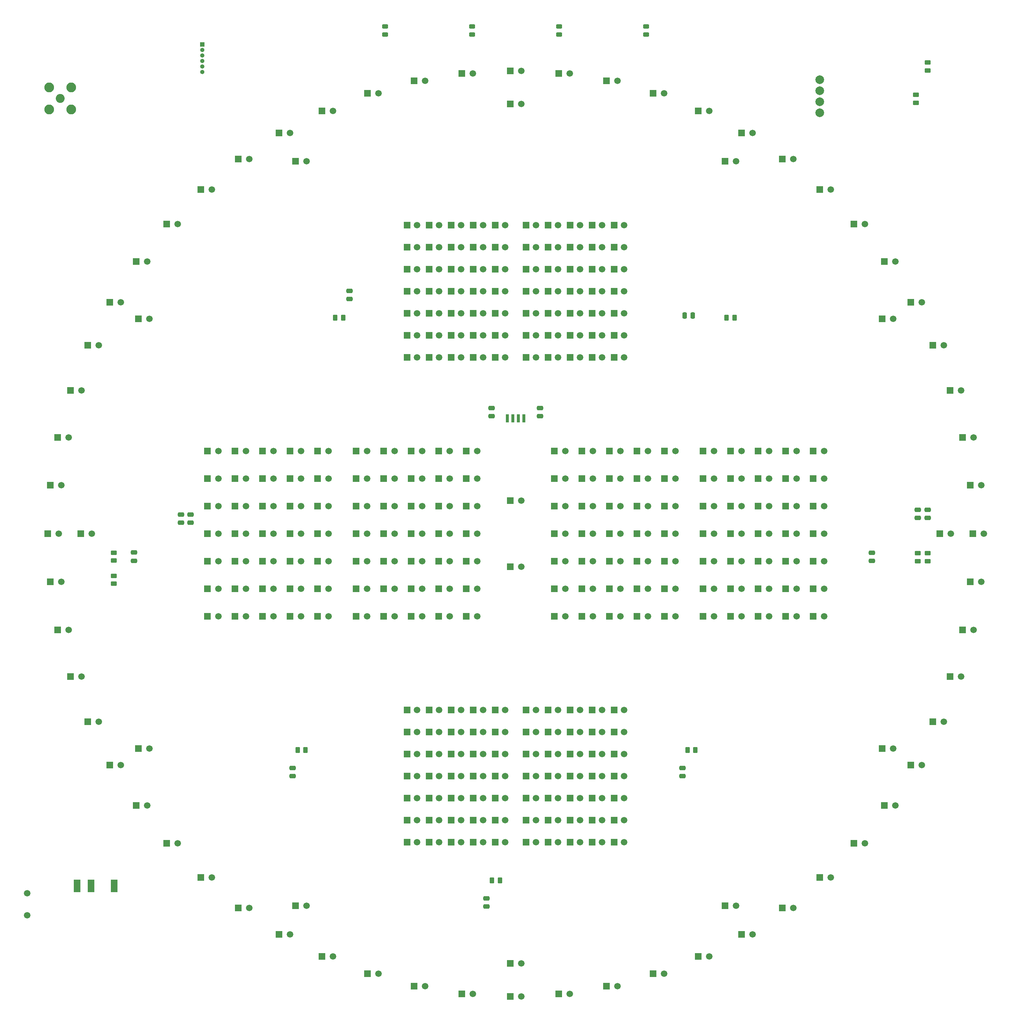
<source format=gbr>
%TF.GenerationSoftware,KiCad,Pcbnew,8.0.2-1*%
%TF.CreationDate,2024-06-04T17:42:53+02:00*%
%TF.ProjectId,broadcast_clock,62726f61-6463-4617-9374-5f636c6f636b,rev?*%
%TF.SameCoordinates,Original*%
%TF.FileFunction,Soldermask,Top*%
%TF.FilePolarity,Negative*%
%FSLAX46Y46*%
G04 Gerber Fmt 4.6, Leading zero omitted, Abs format (unit mm)*
G04 Created by KiCad (PCBNEW 8.0.2-1) date 2024-06-04 17:42:53*
%MOMM*%
%LPD*%
G01*
G04 APERTURE LIST*
G04 Aperture macros list*
%AMRoundRect*
0 Rectangle with rounded corners*
0 $1 Rounding radius*
0 $2 $3 $4 $5 $6 $7 $8 $9 X,Y pos of 4 corners*
0 Add a 4 corners polygon primitive as box body*
4,1,4,$2,$3,$4,$5,$6,$7,$8,$9,$2,$3,0*
0 Add four circle primitives for the rounded corners*
1,1,$1+$1,$2,$3*
1,1,$1+$1,$4,$5*
1,1,$1+$1,$6,$7*
1,1,$1+$1,$8,$9*
0 Add four rect primitives between the rounded corners*
20,1,$1+$1,$2,$3,$4,$5,0*
20,1,$1+$1,$4,$5,$6,$7,0*
20,1,$1+$1,$6,$7,$8,$9,0*
20,1,$1+$1,$8,$9,$2,$3,0*%
G04 Aperture macros list end*
%ADD10R,1.500000X1.500000*%
%ADD11C,1.500000*%
%ADD12RoundRect,0.250000X0.450000X-0.262500X0.450000X0.262500X-0.450000X0.262500X-0.450000X-0.262500X0*%
%ADD13RoundRect,0.250000X-0.475000X0.250000X-0.475000X-0.250000X0.475000X-0.250000X0.475000X0.250000X0*%
%ADD14RoundRect,0.250000X-0.450000X0.262500X-0.450000X-0.262500X0.450000X-0.262500X0.450000X0.262500X0*%
%ADD15RoundRect,0.250000X0.262500X0.450000X-0.262500X0.450000X-0.262500X-0.450000X0.262500X-0.450000X0*%
%ADD16RoundRect,0.243750X0.456250X-0.243750X0.456250X0.243750X-0.456250X0.243750X-0.456250X-0.243750X0*%
%ADD17RoundRect,0.250000X0.250000X0.475000X-0.250000X0.475000X-0.250000X-0.475000X0.250000X-0.475000X0*%
%ADD18RoundRect,0.250000X0.475000X-0.250000X0.475000X0.250000X-0.475000X0.250000X-0.475000X-0.250000X0*%
%ADD19RoundRect,0.250000X-0.262500X-0.450000X0.262500X-0.450000X0.262500X0.450000X-0.262500X0.450000X0*%
%ADD20R,0.700000X1.900000*%
%ADD21C,2.050000*%
%ADD22C,2.250000*%
%ADD23R,1.600000X2.900000*%
%ADD24R,1.000000X1.000000*%
%ADD25O,1.000000X1.000000*%
%ADD26C,2.000000*%
G04 APERTURE END LIST*
D10*
%TO.C,D225*%
X125476000Y-211455000D03*
D11*
X127762000Y-211455000D03*
%TD*%
D10*
%TO.C,D254*%
X147828000Y-216535000D03*
D11*
X150114000Y-216535000D03*
%TD*%
D10*
%TO.C,D103*%
X99695000Y-139065000D03*
D11*
X102235000Y-139065000D03*
%TD*%
D10*
%TO.C,D54*%
X81440069Y-59109067D03*
D11*
X83980069Y-59109067D03*
%TD*%
D10*
%TO.C,D169*%
X173355000Y-158115000D03*
D11*
X175895000Y-158115000D03*
%TD*%
D10*
%TO.C,D45*%
X37465000Y-145415000D03*
D11*
X40005000Y-145415000D03*
%TD*%
D10*
%TO.C,D65*%
X193675000Y-231203476D03*
D11*
X196215000Y-231203476D03*
%TD*%
D10*
%TO.C,D30*%
X144145000Y-252095000D03*
D11*
X146685000Y-252095000D03*
%TD*%
D10*
%TO.C,D128*%
X121285000Y-164465000D03*
D11*
X123825000Y-164465000D03*
%TD*%
D10*
%TO.C,D109*%
X108585000Y-132715000D03*
D11*
X111125000Y-132715000D03*
%TD*%
D10*
%TO.C,D353*%
X144145000Y-137795000D03*
D11*
X146685000Y-137795000D03*
%TD*%
D10*
%TO.C,D85*%
X80645000Y-158115000D03*
D11*
X83185000Y-158115000D03*
%TD*%
D10*
%TO.C,D238*%
X135636000Y-206375000D03*
D11*
X137922000Y-206375000D03*
%TD*%
D10*
%TO.C,D26*%
X187535665Y-242872029D03*
D11*
X190075665Y-242872029D03*
%TD*%
D10*
%TO.C,D112*%
X108585000Y-151765000D03*
D11*
X111125000Y-151765000D03*
%TD*%
D10*
%TO.C,D340*%
X163068000Y-79375000D03*
D11*
X165354000Y-79375000D03*
%TD*%
D10*
%TO.C,D293*%
X125476000Y-89535000D03*
D11*
X127762000Y-89535000D03*
%TD*%
D10*
%TO.C,D110*%
X108585000Y-139065000D03*
D11*
X111125000Y-139065000D03*
%TD*%
D10*
%TO.C,D99*%
X93345000Y-158115000D03*
D11*
X95885000Y-158115000D03*
%TD*%
D10*
%TO.C,D199*%
X207645000Y-126365000D03*
D11*
X210185000Y-126365000D03*
%TD*%
D10*
%TO.C,D177*%
X179705000Y-164465000D03*
D11*
X182245000Y-164465000D03*
%TD*%
D10*
%TO.C,D111*%
X108585000Y-145415000D03*
D11*
X111125000Y-145415000D03*
%TD*%
D10*
%TO.C,D1*%
X155296096Y-39319404D03*
D11*
X157836096Y-39319404D03*
%TD*%
D12*
%TO.C,R3*%
X240411000Y-151788500D03*
X240411000Y-149963500D03*
%TD*%
D10*
%TO.C,D138*%
X133985000Y-139065000D03*
D11*
X136525000Y-139065000D03*
%TD*%
D10*
%TO.C,D139*%
X133985000Y-145415000D03*
D11*
X136525000Y-145415000D03*
%TD*%
D10*
%TO.C,D82*%
X80645000Y-139065000D03*
D11*
X83185000Y-139065000D03*
%TD*%
D10*
%TO.C,D327*%
X152908000Y-84455000D03*
D11*
X155194000Y-84455000D03*
%TD*%
D10*
%TO.C,D41*%
X46687971Y-188805665D03*
D11*
X49227971Y-188805665D03*
%TD*%
D10*
%TO.C,D309*%
X135636000Y-99695000D03*
D11*
X137922000Y-99695000D03*
%TD*%
D10*
%TO.C,D141*%
X133985000Y-158115000D03*
D11*
X136525000Y-158115000D03*
%TD*%
D10*
%TO.C,D303*%
X130556000Y-104775000D03*
D11*
X132842000Y-104775000D03*
%TD*%
D10*
%TO.C,D283*%
X120396000Y-74295000D03*
D11*
X122682000Y-74295000D03*
%TD*%
D10*
%TO.C,D219*%
X120396000Y-216535000D03*
D11*
X122682000Y-216535000D03*
%TD*%
D10*
%TO.C,D58*%
X121964981Y-41066214D03*
D11*
X124504981Y-41066214D03*
%TD*%
D10*
%TO.C,D39*%
X57839067Y-208119931D03*
D11*
X60379067Y-208119931D03*
%TD*%
D10*
%TO.C,D143*%
X154305000Y-126365000D03*
D11*
X156845000Y-126365000D03*
%TD*%
D10*
%TO.C,D28*%
X166325019Y-249763786D03*
D11*
X168865019Y-249763786D03*
%TD*%
D10*
%TO.C,D291*%
X125476000Y-79375000D03*
D11*
X127762000Y-79375000D03*
%TD*%
D10*
%TO.C,D265*%
X157988000Y-201295000D03*
D11*
X160274000Y-201295000D03*
%TD*%
D10*
%TO.C,D120*%
X114935000Y-158115000D03*
D11*
X117475000Y-158115000D03*
%TD*%
D10*
%TO.C,D36*%
X81440069Y-231720933D03*
D11*
X83980069Y-231720933D03*
%TD*%
D10*
%TO.C,D324*%
X147828000Y-104775000D03*
D11*
X150114000Y-104775000D03*
%TD*%
D10*
%TO.C,D94*%
X93345000Y-126365000D03*
D11*
X95885000Y-126365000D03*
%TD*%
D10*
%TO.C,D80*%
X80645000Y-126365000D03*
D11*
X83185000Y-126365000D03*
%TD*%
D10*
%TO.C,D117*%
X114935000Y-139065000D03*
D11*
X117475000Y-139065000D03*
%TD*%
D10*
%TO.C,D276*%
X168148000Y-186055000D03*
D11*
X170434000Y-186055000D03*
%TD*%
D13*
%TO.C,C2*%
X68199000Y-141036000D03*
X68199000Y-142936000D03*
%TD*%
D10*
%TO.C,D126*%
X121285000Y-151765000D03*
D11*
X123825000Y-151765000D03*
%TD*%
D10*
%TO.C,D278*%
X168148000Y-196215000D03*
D11*
X170434000Y-196215000D03*
%TD*%
D10*
%TO.C,D284*%
X120396000Y-79375000D03*
D11*
X122682000Y-79375000D03*
%TD*%
D10*
%TO.C,D46*%
X38049404Y-134263904D03*
D11*
X40589404Y-134263904D03*
%TD*%
D10*
%TO.C,D83*%
X80645000Y-145415000D03*
D11*
X83185000Y-145415000D03*
%TD*%
D10*
%TO.C,D172*%
X179705000Y-132715000D03*
D11*
X182245000Y-132715000D03*
%TD*%
D10*
%TO.C,D286*%
X120396000Y-89535000D03*
D11*
X122682000Y-89535000D03*
%TD*%
D10*
%TO.C,D318*%
X147828000Y-74295000D03*
D11*
X150114000Y-74295000D03*
%TD*%
D10*
%TO.C,D4*%
X187535665Y-47957971D03*
D11*
X190075665Y-47957971D03*
%TD*%
D10*
%TO.C,D333*%
X157988000Y-79375000D03*
D11*
X160274000Y-79375000D03*
%TD*%
D10*
%TO.C,D313*%
X140716000Y-84455000D03*
D11*
X143002000Y-84455000D03*
%TD*%
D10*
%TO.C,D40*%
X51757410Y-198755000D03*
D11*
X54297410Y-198755000D03*
%TD*%
D10*
%TO.C,D215*%
X120396000Y-196215000D03*
D11*
X122682000Y-196215000D03*
%TD*%
D14*
%TO.C,R5*%
X238125000Y-149963500D03*
X238125000Y-151788500D03*
%TD*%
D10*
%TO.C,D348*%
X168148000Y-84455000D03*
D11*
X170434000Y-84455000D03*
%TD*%
D12*
%TO.C,R213*%
X237744000Y-46124500D03*
X237744000Y-44299500D03*
%TD*%
D10*
%TO.C,D192*%
X201295000Y-126365000D03*
D11*
X203835000Y-126365000D03*
%TD*%
D10*
%TO.C,D79*%
X74295000Y-164465000D03*
D11*
X76835000Y-164465000D03*
%TD*%
D10*
%TO.C,D29*%
X155296096Y-251510596D03*
D11*
X157836096Y-251510596D03*
%TD*%
D10*
%TO.C,D114*%
X108585000Y-164465000D03*
D11*
X111125000Y-164465000D03*
%TD*%
D10*
%TO.C,D345*%
X163068000Y-104775000D03*
D11*
X165354000Y-104775000D03*
%TD*%
D10*
%TO.C,D205*%
X207645000Y-164465000D03*
D11*
X210185000Y-164465000D03*
%TD*%
D10*
%TO.C,D20*%
X236532590Y-198755000D03*
D11*
X239072590Y-198755000D03*
%TD*%
D10*
%TO.C,D136*%
X133985000Y-126365000D03*
D11*
X136525000Y-126365000D03*
%TD*%
D10*
%TO.C,D239*%
X135636000Y-211455000D03*
D11*
X137922000Y-211455000D03*
%TD*%
D10*
%TO.C,D305*%
X135636000Y-79375000D03*
D11*
X137922000Y-79375000D03*
%TD*%
D10*
%TO.C,D91*%
X86995000Y-151765000D03*
D11*
X89535000Y-151765000D03*
%TD*%
D10*
%TO.C,D163*%
X167005000Y-164465000D03*
D11*
X169545000Y-164465000D03*
%TD*%
D15*
%TO.C,R7*%
X186840500Y-195326000D03*
X185015500Y-195326000D03*
%TD*%
D10*
%TO.C,D227*%
X130556000Y-186055000D03*
D11*
X132842000Y-186055000D03*
%TD*%
D10*
%TO.C,D263*%
X157988000Y-191135000D03*
D11*
X160274000Y-191135000D03*
%TD*%
D10*
%TO.C,D338*%
X157988000Y-104775000D03*
D11*
X160274000Y-104775000D03*
%TD*%
D10*
%TO.C,D9*%
X230450933Y-82710069D03*
D11*
X232990933Y-82710069D03*
%TD*%
D10*
%TO.C,D69*%
X45085000Y-145415000D03*
D11*
X47625000Y-145415000D03*
%TD*%
D10*
%TO.C,D214*%
X120396000Y-191135000D03*
D11*
X122682000Y-191135000D03*
%TD*%
D10*
%TO.C,D10*%
X236532590Y-92075000D03*
D11*
X239072590Y-92075000D03*
%TD*%
D10*
%TO.C,D191*%
X194945000Y-164465000D03*
D11*
X197485000Y-164465000D03*
%TD*%
D10*
%TO.C,D22*%
X223423690Y-216797853D03*
D11*
X225963690Y-216797853D03*
%TD*%
D10*
%TO.C,D343*%
X163068000Y-94615000D03*
D11*
X165354000Y-94615000D03*
%TD*%
D10*
%TO.C,D66*%
X144145000Y-244475000D03*
D11*
X146685000Y-244475000D03*
%TD*%
D10*
%TO.C,D231*%
X130556000Y-206375000D03*
D11*
X132842000Y-206375000D03*
%TD*%
D10*
%TO.C,D116*%
X114935000Y-132715000D03*
D11*
X117475000Y-132715000D03*
%TD*%
D10*
%TO.C,D268*%
X157988000Y-216535000D03*
D11*
X160274000Y-216535000D03*
%TD*%
D10*
%TO.C,D255*%
X152908000Y-186055000D03*
D11*
X155194000Y-186055000D03*
%TD*%
D10*
%TO.C,D256*%
X152908000Y-191135000D03*
D11*
X155194000Y-191135000D03*
%TD*%
D10*
%TO.C,D27*%
X177110933Y-246873709D03*
D11*
X179650933Y-246873709D03*
%TD*%
D10*
%TO.C,D182*%
X188595000Y-151765000D03*
D11*
X191135000Y-151765000D03*
%TD*%
D14*
%TO.C,R11*%
X240411000Y-36806500D03*
X240411000Y-38631500D03*
%TD*%
D10*
%TO.C,D38*%
X64866310Y-216797853D03*
D11*
X67406310Y-216797853D03*
%TD*%
D10*
%TO.C,D171*%
X179705000Y-126365000D03*
D11*
X182245000Y-126365000D03*
%TD*%
D10*
%TO.C,D151*%
X160655000Y-132715000D03*
D11*
X163195000Y-132715000D03*
%TD*%
D10*
%TO.C,D52*%
X64866310Y-74032147D03*
D11*
X67406310Y-74032147D03*
%TD*%
D10*
%TO.C,D145*%
X154305000Y-139065000D03*
D11*
X156845000Y-139065000D03*
%TD*%
D10*
%TO.C,D47*%
X39796214Y-123234981D03*
D11*
X42336214Y-123234981D03*
%TD*%
D13*
%TO.C,C8*%
X183845200Y-199456000D03*
X183845200Y-201356000D03*
%TD*%
D10*
%TO.C,D281*%
X168148000Y-211455000D03*
D11*
X170434000Y-211455000D03*
%TD*%
D10*
%TO.C,D208*%
X213995000Y-139065000D03*
D11*
X216535000Y-139065000D03*
%TD*%
D10*
%TO.C,D274*%
X163068000Y-211455000D03*
D11*
X165354000Y-211455000D03*
%TD*%
D10*
%TO.C,D326*%
X152908000Y-79375000D03*
D11*
X155194000Y-79375000D03*
%TD*%
D10*
%TO.C,D213*%
X120396000Y-186055000D03*
D11*
X122682000Y-186055000D03*
%TD*%
D10*
%TO.C,D351*%
X168148000Y-99695000D03*
D11*
X170434000Y-99695000D03*
%TD*%
D10*
%TO.C,D308*%
X135636000Y-94615000D03*
D11*
X137922000Y-94615000D03*
%TD*%
D10*
%TO.C,D198*%
X201295000Y-164465000D03*
D11*
X203835000Y-164465000D03*
%TD*%
D10*
%TO.C,D258*%
X152908000Y-201295000D03*
D11*
X155194000Y-201295000D03*
%TD*%
D10*
%TO.C,D174*%
X179705000Y-145415000D03*
D11*
X182245000Y-145415000D03*
%TD*%
D15*
%TO.C,R10*%
X141780900Y-225348800D03*
X139955900Y-225348800D03*
%TD*%
D10*
%TO.C,D137*%
X133985000Y-132715000D03*
D11*
X136525000Y-132715000D03*
%TD*%
D10*
%TO.C,D311*%
X140716000Y-74295000D03*
D11*
X143002000Y-74295000D03*
%TD*%
D10*
%TO.C,D130*%
X127635000Y-132715000D03*
D11*
X130175000Y-132715000D03*
%TD*%
D10*
%TO.C,D297*%
X130556000Y-74295000D03*
D11*
X132842000Y-74295000D03*
%TD*%
D10*
%TO.C,D176*%
X179705000Y-158115000D03*
D11*
X182245000Y-158115000D03*
%TD*%
D10*
%TO.C,D92*%
X86995000Y-158115000D03*
D11*
X89535000Y-158115000D03*
%TD*%
D10*
%TO.C,D75*%
X74295000Y-139065000D03*
D11*
X76835000Y-139065000D03*
%TD*%
D16*
%TO.C,D358*%
X135381125Y-30351376D03*
X135381125Y-28476376D03*
%TD*%
D10*
%TO.C,D317*%
X140716000Y-104775000D03*
D11*
X143002000Y-104775000D03*
%TD*%
D17*
%TO.C,C7*%
X186243000Y-95123000D03*
X184343000Y-95123000D03*
%TD*%
D10*
%TO.C,D140*%
X133985000Y-151765000D03*
D11*
X136525000Y-151765000D03*
%TD*%
D10*
%TO.C,D21*%
X230450933Y-208119931D03*
D11*
X232990933Y-208119931D03*
%TD*%
D10*
%TO.C,D118*%
X114935000Y-145415000D03*
D11*
X117475000Y-145415000D03*
%TD*%
D10*
%TO.C,D127*%
X121285000Y-158115000D03*
D11*
X123825000Y-158115000D03*
%TD*%
D10*
%TO.C,D289*%
X120396000Y-104775000D03*
D11*
X122682000Y-104775000D03*
%TD*%
D10*
%TO.C,D155*%
X160655000Y-158115000D03*
D11*
X163195000Y-158115000D03*
%TD*%
D10*
%TO.C,D298*%
X130556000Y-79375000D03*
D11*
X132842000Y-79375000D03*
%TD*%
D10*
%TO.C,D229*%
X130556000Y-196215000D03*
D11*
X132842000Y-196215000D03*
%TD*%
D10*
%TO.C,D195*%
X201295000Y-145415000D03*
D11*
X203835000Y-145415000D03*
%TD*%
D10*
%TO.C,D153*%
X160655000Y-145415000D03*
D11*
X163195000Y-145415000D03*
%TD*%
D10*
%TO.C,D287*%
X120396000Y-94615000D03*
D11*
X122682000Y-94615000D03*
%TD*%
D10*
%TO.C,D218*%
X120396000Y-211455000D03*
D11*
X122682000Y-211455000D03*
%TD*%
D10*
%TO.C,D55*%
X90805000Y-53027410D03*
D11*
X93345000Y-53027410D03*
%TD*%
D10*
%TO.C,D32*%
X121964981Y-249763786D03*
D11*
X124504981Y-249763786D03*
%TD*%
D10*
%TO.C,D349*%
X168148000Y-89535000D03*
D11*
X170434000Y-89535000D03*
%TD*%
D10*
%TO.C,D285*%
X120396000Y-84455000D03*
D11*
X122682000Y-84455000D03*
%TD*%
D10*
%TO.C,D315*%
X140716000Y-94615000D03*
D11*
X143002000Y-94615000D03*
%TD*%
D10*
%TO.C,D101*%
X99695000Y-126365000D03*
D11*
X102235000Y-126365000D03*
%TD*%
D10*
%TO.C,D299*%
X130556000Y-84455000D03*
D11*
X132842000Y-84455000D03*
%TD*%
D10*
%TO.C,D354*%
X144145000Y-153035000D03*
D11*
X146685000Y-153035000D03*
%TD*%
D10*
%TO.C,D51*%
X57839067Y-82710069D03*
D11*
X60379067Y-82710069D03*
%TD*%
D10*
%TO.C,D193*%
X201295000Y-132715000D03*
D11*
X203835000Y-132715000D03*
%TD*%
D10*
%TO.C,D250*%
X147828000Y-196215000D03*
D11*
X150114000Y-196215000D03*
%TD*%
D10*
%TO.C,D95*%
X93345000Y-132715000D03*
D11*
X95885000Y-132715000D03*
%TD*%
D10*
%TO.C,D48*%
X42686291Y-112449067D03*
D11*
X45226291Y-112449067D03*
%TD*%
D10*
%TO.C,D76*%
X74295000Y-145415000D03*
D11*
X76835000Y-145415000D03*
%TD*%
D10*
%TO.C,D339*%
X163068000Y-74295000D03*
D11*
X165354000Y-74295000D03*
%TD*%
D10*
%TO.C,D165*%
X173355000Y-132715000D03*
D11*
X175895000Y-132715000D03*
%TD*%
D10*
%TO.C,D331*%
X152908000Y-104775000D03*
D11*
X155194000Y-104775000D03*
%TD*%
D10*
%TO.C,D23*%
X215527853Y-224693690D03*
D11*
X218067853Y-224693690D03*
%TD*%
D10*
%TO.C,D236*%
X135636000Y-196215000D03*
D11*
X137922000Y-196215000D03*
%TD*%
D10*
%TO.C,D68*%
X58356524Y-194945000D03*
D11*
X60896524Y-194945000D03*
%TD*%
D10*
%TO.C,D245*%
X140716000Y-206375000D03*
D11*
X143002000Y-206375000D03*
%TD*%
D10*
%TO.C,D129*%
X127635000Y-126365000D03*
D11*
X130175000Y-126365000D03*
%TD*%
D10*
%TO.C,D282*%
X168148000Y-216535000D03*
D11*
X170434000Y-216535000D03*
%TD*%
D10*
%TO.C,D212*%
X213995000Y-164465000D03*
D11*
X216535000Y-164465000D03*
%TD*%
D10*
%TO.C,D98*%
X93345000Y-151765000D03*
D11*
X95885000Y-151765000D03*
%TD*%
D10*
%TO.C,D11*%
X241602029Y-102024335D03*
D11*
X244142029Y-102024335D03*
%TD*%
D10*
%TO.C,D72*%
X144145000Y-46355000D03*
D11*
X146685000Y-46355000D03*
%TD*%
D10*
%TO.C,D5*%
X197485000Y-53027410D03*
D11*
X200025000Y-53027410D03*
%TD*%
D10*
%TO.C,D164*%
X173355000Y-126365000D03*
D11*
X175895000Y-126365000D03*
%TD*%
D10*
%TO.C,D161*%
X167005000Y-151765000D03*
D11*
X169545000Y-151765000D03*
%TD*%
D10*
%TO.C,D190*%
X194945000Y-158115000D03*
D11*
X197485000Y-158115000D03*
%TD*%
D10*
%TO.C,D240*%
X135636000Y-216535000D03*
D11*
X137922000Y-216535000D03*
%TD*%
D10*
%TO.C,D248*%
X147828000Y-186055000D03*
D11*
X150114000Y-186055000D03*
%TD*%
D10*
%TO.C,D102*%
X99695000Y-132715000D03*
D11*
X102235000Y-132715000D03*
%TD*%
D10*
%TO.C,D31*%
X132993904Y-251510596D03*
D11*
X135533904Y-251510596D03*
%TD*%
D10*
%TO.C,D226*%
X125476000Y-216535000D03*
D11*
X127762000Y-216535000D03*
%TD*%
D14*
%TO.C,R1*%
X52730400Y-149811100D03*
X52730400Y-151636100D03*
%TD*%
D10*
%TO.C,D168*%
X173355000Y-151765000D03*
D11*
X175895000Y-151765000D03*
%TD*%
D10*
%TO.C,D271*%
X163068000Y-196215000D03*
D11*
X165354000Y-196215000D03*
%TD*%
D10*
%TO.C,D67*%
X94615000Y-231203476D03*
D11*
X97155000Y-231203476D03*
%TD*%
D13*
%TO.C,C23*%
X139815000Y-116465000D03*
X139815000Y-118365000D03*
%TD*%
D10*
%TO.C,D202*%
X207645000Y-145415000D03*
D11*
X210185000Y-145415000D03*
%TD*%
D10*
%TO.C,D189*%
X194945000Y-151765000D03*
D11*
X197485000Y-151765000D03*
%TD*%
D10*
%TO.C,D160*%
X167005000Y-145415000D03*
D11*
X169545000Y-145415000D03*
%TD*%
D10*
%TO.C,D337*%
X157988000Y-99695000D03*
D11*
X160274000Y-99695000D03*
%TD*%
D10*
%TO.C,D133*%
X127635000Y-151765000D03*
D11*
X130175000Y-151765000D03*
%TD*%
D18*
%TO.C,C1*%
X57404000Y-151673600D03*
X57404000Y-149773600D03*
%TD*%
D10*
%TO.C,D322*%
X147828000Y-94615000D03*
D11*
X150114000Y-94615000D03*
%TD*%
D10*
%TO.C,D131*%
X127635000Y-139065000D03*
D11*
X130175000Y-139065000D03*
%TD*%
D10*
%TO.C,D104*%
X99695000Y-145415000D03*
D11*
X102235000Y-145415000D03*
%TD*%
D10*
%TO.C,D335*%
X157988000Y-89535000D03*
D11*
X160274000Y-89535000D03*
%TD*%
D10*
%TO.C,D86*%
X80645000Y-164465000D03*
D11*
X83185000Y-164465000D03*
%TD*%
D10*
%TO.C,D230*%
X130556000Y-201295000D03*
D11*
X132842000Y-201295000D03*
%TD*%
D10*
%TO.C,D159*%
X167005000Y-139065000D03*
D11*
X169545000Y-139065000D03*
%TD*%
D10*
%TO.C,D290*%
X125476000Y-74295000D03*
D11*
X127762000Y-74295000D03*
%TD*%
D15*
%TO.C,R8*%
X96924500Y-195326000D03*
X95099500Y-195326000D03*
%TD*%
D10*
%TO.C,D106*%
X99695000Y-158115000D03*
D11*
X102235000Y-158115000D03*
%TD*%
D10*
%TO.C,D196*%
X201295000Y-151765000D03*
D11*
X203835000Y-151765000D03*
%TD*%
D10*
%TO.C,D157*%
X167005000Y-126365000D03*
D11*
X169545000Y-126365000D03*
%TD*%
D18*
%TO.C,C10*%
X107086400Y-91374000D03*
X107086400Y-89474000D03*
%TD*%
D10*
%TO.C,D49*%
X46687971Y-102024335D03*
D11*
X49227971Y-102024335D03*
%TD*%
D12*
%TO.C,R4*%
X52730400Y-156970100D03*
X52730400Y-155145100D03*
%TD*%
D10*
%TO.C,D44*%
X38049404Y-156566096D03*
D11*
X40589404Y-156566096D03*
%TD*%
D10*
%TO.C,D6*%
X206849931Y-59109067D03*
D11*
X209389931Y-59109067D03*
%TD*%
D18*
%TO.C,C6*%
X240385600Y-141818400D03*
X240385600Y-139918400D03*
%TD*%
D10*
%TO.C,D7*%
X215527853Y-66136310D03*
D11*
X218067853Y-66136310D03*
%TD*%
D10*
%TO.C,D181*%
X188595000Y-145415000D03*
D11*
X191135000Y-145415000D03*
%TD*%
D10*
%TO.C,D217*%
X120396000Y-206375000D03*
D11*
X122682000Y-206375000D03*
%TD*%
D10*
%TO.C,D232*%
X130556000Y-211455000D03*
D11*
X132842000Y-211455000D03*
%TD*%
D10*
%TO.C,D43*%
X39796214Y-167595019D03*
D11*
X42336214Y-167595019D03*
%TD*%
D10*
%TO.C,D206*%
X213995000Y-126365000D03*
D11*
X216535000Y-126365000D03*
%TD*%
D10*
%TO.C,D275*%
X163068000Y-216535000D03*
D11*
X165354000Y-216535000D03*
%TD*%
D13*
%TO.C,C11*%
X138684000Y-229478800D03*
X138684000Y-231378800D03*
%TD*%
D10*
%TO.C,D14*%
X250240596Y-134263904D03*
D11*
X252780596Y-134263904D03*
%TD*%
D10*
%TO.C,D249*%
X147828000Y-191135000D03*
D11*
X150114000Y-191135000D03*
%TD*%
D10*
%TO.C,D148*%
X154305000Y-158115000D03*
D11*
X156845000Y-158115000D03*
%TD*%
D10*
%TO.C,D2*%
X166325019Y-41066214D03*
D11*
X168865019Y-41066214D03*
%TD*%
D10*
%TO.C,D180*%
X188595000Y-139065000D03*
D11*
X191135000Y-139065000D03*
%TD*%
D10*
%TO.C,D210*%
X213995000Y-151765000D03*
D11*
X216535000Y-151765000D03*
%TD*%
D10*
%TO.C,D222*%
X125476000Y-196215000D03*
D11*
X127762000Y-196215000D03*
%TD*%
D10*
%TO.C,D175*%
X179705000Y-151765000D03*
D11*
X182245000Y-151765000D03*
%TD*%
D10*
%TO.C,D17*%
X248493786Y-167595019D03*
D11*
X251033786Y-167595019D03*
%TD*%
D10*
%TO.C,D264*%
X157988000Y-196215000D03*
D11*
X160274000Y-196215000D03*
%TD*%
D10*
%TO.C,D269*%
X163068000Y-186055000D03*
D11*
X165354000Y-186055000D03*
%TD*%
D10*
%TO.C,D201*%
X207645000Y-139065000D03*
D11*
X210185000Y-139065000D03*
%TD*%
D10*
%TO.C,D300*%
X130556000Y-89535000D03*
D11*
X132842000Y-89535000D03*
%TD*%
D10*
%TO.C,D252*%
X147828000Y-206375000D03*
D11*
X150114000Y-206375000D03*
%TD*%
D10*
%TO.C,D154*%
X160655000Y-151765000D03*
D11*
X163195000Y-151765000D03*
%TD*%
D10*
%TO.C,D207*%
X213995000Y-132715000D03*
D11*
X216535000Y-132715000D03*
%TD*%
D10*
%TO.C,D253*%
X147828000Y-211455000D03*
D11*
X150114000Y-211455000D03*
%TD*%
D10*
%TO.C,D33*%
X111179067Y-246873709D03*
D11*
X113719067Y-246873709D03*
%TD*%
D10*
%TO.C,D224*%
X125476000Y-206375000D03*
D11*
X127762000Y-206375000D03*
%TD*%
D10*
%TO.C,D15*%
X250825000Y-145415000D03*
D11*
X253365000Y-145415000D03*
%TD*%
D10*
%TO.C,D150*%
X160655000Y-126365000D03*
D11*
X163195000Y-126365000D03*
%TD*%
D10*
%TO.C,D123*%
X121285000Y-132715000D03*
D11*
X123825000Y-132715000D03*
%TD*%
D10*
%TO.C,D70*%
X58356524Y-95885000D03*
D11*
X60896524Y-95885000D03*
%TD*%
D10*
%TO.C,D170*%
X173355000Y-164465000D03*
D11*
X175895000Y-164465000D03*
%TD*%
D10*
%TO.C,D34*%
X100754335Y-242872029D03*
D11*
X103294335Y-242872029D03*
%TD*%
D10*
%TO.C,D234*%
X135636000Y-186055000D03*
D11*
X137922000Y-186055000D03*
%TD*%
D10*
%TO.C,D247*%
X140716000Y-216535000D03*
D11*
X143002000Y-216535000D03*
%TD*%
D10*
%TO.C,D325*%
X152908000Y-74295000D03*
D11*
X155194000Y-74295000D03*
%TD*%
D10*
%TO.C,D288*%
X120396000Y-99695000D03*
D11*
X122682000Y-99695000D03*
%TD*%
D10*
%TO.C,D162*%
X167005000Y-158115000D03*
D11*
X169545000Y-158115000D03*
%TD*%
D10*
%TO.C,D124*%
X121285000Y-139065000D03*
D11*
X123825000Y-139065000D03*
%TD*%
D10*
%TO.C,D135*%
X127635000Y-164465000D03*
D11*
X130175000Y-164465000D03*
%TD*%
D10*
%TO.C,D228*%
X130556000Y-191135000D03*
D11*
X132842000Y-191135000D03*
%TD*%
D10*
%TO.C,D96*%
X93345000Y-139065000D03*
D11*
X95885000Y-139065000D03*
%TD*%
D10*
%TO.C,D187*%
X194945000Y-139065000D03*
D11*
X197485000Y-139065000D03*
%TD*%
D10*
%TO.C,D350*%
X168148000Y-94615000D03*
D11*
X170434000Y-94615000D03*
%TD*%
D16*
%TO.C,D357*%
X115315125Y-30351376D03*
X115315125Y-28476376D03*
%TD*%
D10*
%TO.C,D334*%
X157988000Y-84455000D03*
D11*
X160274000Y-84455000D03*
%TD*%
D18*
%TO.C,C4*%
X227533200Y-151724400D03*
X227533200Y-149824400D03*
%TD*%
D10*
%TO.C,D320*%
X147828000Y-84455000D03*
D11*
X150114000Y-84455000D03*
%TD*%
D10*
%TO.C,D64*%
X229933476Y-194945000D03*
D11*
X232473476Y-194945000D03*
%TD*%
D10*
%TO.C,D259*%
X152908000Y-206375000D03*
D11*
X155194000Y-206375000D03*
%TD*%
D10*
%TO.C,D37*%
X72762147Y-224693690D03*
D11*
X75302147Y-224693690D03*
%TD*%
D10*
%TO.C,D93*%
X86995000Y-164465000D03*
D11*
X89535000Y-164465000D03*
%TD*%
D10*
%TO.C,D18*%
X245603709Y-178380933D03*
D11*
X248143709Y-178380933D03*
%TD*%
D10*
%TO.C,D292*%
X125476000Y-84455000D03*
D11*
X127762000Y-84455000D03*
%TD*%
D10*
%TO.C,D152*%
X160655000Y-139065000D03*
D11*
X163195000Y-139065000D03*
%TD*%
D10*
%TO.C,D167*%
X173355000Y-145415000D03*
D11*
X175895000Y-145415000D03*
%TD*%
D10*
%TO.C,D216*%
X120396000Y-201295000D03*
D11*
X122682000Y-201295000D03*
%TD*%
D10*
%TO.C,D267*%
X157988000Y-211455000D03*
D11*
X160274000Y-211455000D03*
%TD*%
D10*
%TO.C,D211*%
X213995000Y-158115000D03*
D11*
X216535000Y-158115000D03*
%TD*%
D10*
%TO.C,D3*%
X177110933Y-43956291D03*
D11*
X179650933Y-43956291D03*
%TD*%
D10*
%TO.C,D220*%
X125476000Y-186055000D03*
D11*
X127762000Y-186055000D03*
%TD*%
D10*
%TO.C,D78*%
X74295000Y-158115000D03*
D11*
X76835000Y-158115000D03*
%TD*%
D10*
%TO.C,D301*%
X130556000Y-94615000D03*
D11*
X132842000Y-94615000D03*
%TD*%
D10*
%TO.C,D304*%
X135636000Y-74295000D03*
D11*
X137922000Y-74295000D03*
%TD*%
D10*
%TO.C,D347*%
X168148000Y-79375000D03*
D11*
X170434000Y-79375000D03*
%TD*%
D10*
%TO.C,D233*%
X130556000Y-216535000D03*
D11*
X132842000Y-216535000D03*
%TD*%
D10*
%TO.C,D223*%
X125476000Y-201295000D03*
D11*
X127762000Y-201295000D03*
%TD*%
D16*
%TO.C,D359*%
X155447125Y-30351376D03*
X155447125Y-28476376D03*
%TD*%
D19*
%TO.C,R9*%
X103786300Y-95656400D03*
X105611300Y-95656400D03*
%TD*%
D10*
%TO.C,D296*%
X125476000Y-104775000D03*
D11*
X127762000Y-104775000D03*
%TD*%
D10*
%TO.C,D280*%
X168148000Y-206375000D03*
D11*
X170434000Y-206375000D03*
%TD*%
D10*
%TO.C,D346*%
X168148000Y-74295000D03*
D11*
X170434000Y-74295000D03*
%TD*%
D10*
%TO.C,D306*%
X135636000Y-84455000D03*
D11*
X137922000Y-84455000D03*
%TD*%
D10*
%TO.C,D35*%
X90805000Y-237802590D03*
D11*
X93345000Y-237802590D03*
%TD*%
D10*
%TO.C,D119*%
X114935000Y-151765000D03*
D11*
X117475000Y-151765000D03*
%TD*%
D10*
%TO.C,D203*%
X207645000Y-151765000D03*
D11*
X210185000Y-151765000D03*
%TD*%
D10*
%TO.C,D178*%
X188595000Y-126365000D03*
D11*
X191135000Y-126365000D03*
%TD*%
D10*
%TO.C,D185*%
X194945000Y-126365000D03*
D11*
X197485000Y-126365000D03*
%TD*%
D10*
%TO.C,D261*%
X152908000Y-216535000D03*
D11*
X155194000Y-216535000D03*
%TD*%
D13*
%TO.C,C22*%
X151015000Y-116465000D03*
X151015000Y-118365000D03*
%TD*%
D10*
%TO.C,D179*%
X188595000Y-132715000D03*
D11*
X191135000Y-132715000D03*
%TD*%
D10*
%TO.C,D312*%
X140716000Y-79375000D03*
D11*
X143002000Y-79375000D03*
%TD*%
D10*
%TO.C,D272*%
X163068000Y-201295000D03*
D11*
X165354000Y-201295000D03*
%TD*%
D10*
%TO.C,D100*%
X93345000Y-164465000D03*
D11*
X95885000Y-164465000D03*
%TD*%
D10*
%TO.C,D73*%
X74295000Y-126365000D03*
D11*
X76835000Y-126365000D03*
%TD*%
D10*
%TO.C,D273*%
X163068000Y-206375000D03*
D11*
X165354000Y-206375000D03*
%TD*%
D10*
%TO.C,D62*%
X229933476Y-95885000D03*
D11*
X232473476Y-95885000D03*
%TD*%
D18*
%TO.C,C3*%
X238099600Y-141818400D03*
X238099600Y-139918400D03*
%TD*%
D10*
%TO.C,D295*%
X125476000Y-99695000D03*
D11*
X127762000Y-99695000D03*
%TD*%
D10*
%TO.C,D19*%
X241602029Y-188805665D03*
D11*
X244142029Y-188805665D03*
%TD*%
D10*
%TO.C,D87*%
X86995000Y-126365000D03*
D11*
X89535000Y-126365000D03*
%TD*%
D10*
%TO.C,D57*%
X111179067Y-43956291D03*
D11*
X113719067Y-43956291D03*
%TD*%
D10*
%TO.C,D56*%
X100754335Y-47957971D03*
D11*
X103294335Y-47957971D03*
%TD*%
D10*
%TO.C,D77*%
X74295000Y-151765000D03*
D11*
X76835000Y-151765000D03*
%TD*%
D10*
%TO.C,D294*%
X125476000Y-94615000D03*
D11*
X127762000Y-94615000D03*
%TD*%
D10*
%TO.C,D108*%
X108585000Y-126365000D03*
D11*
X111125000Y-126365000D03*
%TD*%
D10*
%TO.C,D105*%
X99695000Y-151765000D03*
D11*
X102235000Y-151765000D03*
%TD*%
D10*
%TO.C,D13*%
X248493786Y-123234981D03*
D11*
X251033786Y-123234981D03*
%TD*%
D10*
%TO.C,D200*%
X207645000Y-132715000D03*
D11*
X210185000Y-132715000D03*
%TD*%
D10*
%TO.C,D113*%
X108585000Y-158115000D03*
D11*
X111125000Y-158115000D03*
%TD*%
D10*
%TO.C,D184*%
X188595000Y-164465000D03*
D11*
X191135000Y-164465000D03*
%TD*%
D10*
%TO.C,D329*%
X152908000Y-94615000D03*
D11*
X155194000Y-94615000D03*
%TD*%
D10*
%TO.C,D266*%
X157988000Y-206375000D03*
D11*
X160274000Y-206375000D03*
%TD*%
D10*
%TO.C,D302*%
X130556000Y-99695000D03*
D11*
X132842000Y-99695000D03*
%TD*%
D10*
%TO.C,D88*%
X86995000Y-132715000D03*
D11*
X89535000Y-132715000D03*
%TD*%
D10*
%TO.C,D158*%
X167005000Y-132715000D03*
D11*
X169545000Y-132715000D03*
%TD*%
D10*
%TO.C,D146*%
X154305000Y-145415000D03*
D11*
X156845000Y-145415000D03*
%TD*%
D19*
%TO.C,R6*%
X194032500Y-95631000D03*
X195857500Y-95631000D03*
%TD*%
D10*
%TO.C,D319*%
X147828000Y-79375000D03*
D11*
X150114000Y-79375000D03*
%TD*%
D10*
%TO.C,D197*%
X201295000Y-158115000D03*
D11*
X203835000Y-158115000D03*
%TD*%
D10*
%TO.C,D122*%
X121285000Y-126365000D03*
D11*
X123825000Y-126365000D03*
%TD*%
D13*
%TO.C,C9*%
X93929200Y-199456000D03*
X93929200Y-201356000D03*
%TD*%
D10*
%TO.C,D156*%
X160655000Y-164465000D03*
D11*
X163195000Y-164465000D03*
%TD*%
D10*
%TO.C,D97*%
X93345000Y-145415000D03*
D11*
X95885000Y-145415000D03*
%TD*%
D10*
%TO.C,D310*%
X135636000Y-104775000D03*
D11*
X137922000Y-104775000D03*
%TD*%
D10*
%TO.C,D8*%
X223423690Y-74032147D03*
D11*
X225963690Y-74032147D03*
%TD*%
D10*
%TO.C,D125*%
X121285000Y-145415000D03*
D11*
X123825000Y-145415000D03*
%TD*%
D10*
%TO.C,D53*%
X72762147Y-66136310D03*
D11*
X75302147Y-66136310D03*
%TD*%
D10*
%TO.C,D63*%
X243205000Y-145415000D03*
D11*
X245745000Y-145415000D03*
%TD*%
D10*
%TO.C,D188*%
X194945000Y-145415000D03*
D11*
X197485000Y-145415000D03*
%TD*%
D10*
%TO.C,D321*%
X147828000Y-89535000D03*
D11*
X150114000Y-89535000D03*
%TD*%
D10*
%TO.C,D332*%
X157988000Y-74295000D03*
D11*
X160274000Y-74295000D03*
%TD*%
D10*
%TO.C,D149*%
X154305000Y-164465000D03*
D11*
X156845000Y-164465000D03*
%TD*%
D10*
%TO.C,D257*%
X152908000Y-196215000D03*
D11*
X155194000Y-196215000D03*
%TD*%
D10*
%TO.C,D24*%
X206849931Y-231720933D03*
D11*
X209389931Y-231720933D03*
%TD*%
D10*
%TO.C,D209*%
X213995000Y-145415000D03*
D11*
X216535000Y-145415000D03*
%TD*%
D10*
%TO.C,D81*%
X80645000Y-132715000D03*
D11*
X83185000Y-132715000D03*
%TD*%
D10*
%TO.C,D341*%
X163068000Y-84455000D03*
D11*
X165354000Y-84455000D03*
%TD*%
D10*
%TO.C,D270*%
X163068000Y-191135000D03*
D11*
X165354000Y-191135000D03*
%TD*%
D10*
%TO.C,D89*%
X86995000Y-139065000D03*
D11*
X89535000Y-139065000D03*
%TD*%
D10*
%TO.C,D42*%
X42686291Y-178380933D03*
D11*
X45226291Y-178380933D03*
%TD*%
D10*
%TO.C,D323*%
X147828000Y-99695000D03*
D11*
X150114000Y-99695000D03*
%TD*%
D10*
%TO.C,D59*%
X132993904Y-39319404D03*
D11*
X135533904Y-39319404D03*
%TD*%
D10*
%TO.C,D307*%
X135636000Y-89535000D03*
D11*
X137922000Y-89535000D03*
%TD*%
D10*
%TO.C,D186*%
X194945000Y-132715000D03*
D11*
X197485000Y-132715000D03*
%TD*%
D10*
%TO.C,D221*%
X125476000Y-191135000D03*
D11*
X127762000Y-191135000D03*
%TD*%
D10*
%TO.C,D194*%
X201295000Y-139065000D03*
D11*
X203835000Y-139065000D03*
%TD*%
D10*
%TO.C,D243*%
X140716000Y-196215000D03*
D11*
X143002000Y-196215000D03*
%TD*%
D16*
%TO.C,D360*%
X175513125Y-30351376D03*
X175513125Y-28476376D03*
%TD*%
D10*
%TO.C,D142*%
X133985000Y-164465000D03*
D11*
X136525000Y-164465000D03*
%TD*%
D10*
%TO.C,D241*%
X140716000Y-186055000D03*
D11*
X143002000Y-186055000D03*
%TD*%
D10*
%TO.C,D50*%
X51757410Y-92075000D03*
D11*
X54297410Y-92075000D03*
%TD*%
D10*
%TO.C,D90*%
X86995000Y-145415000D03*
D11*
X89535000Y-145415000D03*
%TD*%
D10*
%TO.C,D12*%
X245603709Y-112449067D03*
D11*
X248143709Y-112449067D03*
%TD*%
D10*
%TO.C,D144*%
X154305000Y-132715000D03*
D11*
X156845000Y-132715000D03*
%TD*%
D10*
%TO.C,D277*%
X168148000Y-191135000D03*
D11*
X170434000Y-191135000D03*
%TD*%
D10*
%TO.C,D279*%
X168148000Y-201295000D03*
D11*
X170434000Y-201295000D03*
%TD*%
D10*
%TO.C,D316*%
X140716000Y-99695000D03*
D11*
X143002000Y-99695000D03*
%TD*%
D10*
%TO.C,D61*%
X193675000Y-59626524D03*
D11*
X196215000Y-59626524D03*
%TD*%
D10*
%TO.C,D166*%
X173355000Y-139065000D03*
D11*
X175895000Y-139065000D03*
%TD*%
D10*
%TO.C,D107*%
X99695000Y-164465000D03*
D11*
X102235000Y-164465000D03*
%TD*%
D10*
%TO.C,D16*%
X250240596Y-156566096D03*
D11*
X252780596Y-156566096D03*
%TD*%
D10*
%TO.C,D147*%
X154305000Y-151765000D03*
D11*
X156845000Y-151765000D03*
%TD*%
D10*
%TO.C,D328*%
X152908000Y-89535000D03*
D11*
X155194000Y-89535000D03*
%TD*%
D10*
%TO.C,D115*%
X114935000Y-126365000D03*
D11*
X117475000Y-126365000D03*
%TD*%
D10*
%TO.C,D84*%
X80645000Y-151765000D03*
D11*
X83185000Y-151765000D03*
%TD*%
D10*
%TO.C,D237*%
X135636000Y-201295000D03*
D11*
X137922000Y-201295000D03*
%TD*%
D10*
%TO.C,D25*%
X197485000Y-237802590D03*
D11*
X200025000Y-237802590D03*
%TD*%
D10*
%TO.C,D260*%
X152908000Y-211455000D03*
D11*
X155194000Y-211455000D03*
%TD*%
D10*
%TO.C,D262*%
X157988000Y-186055000D03*
D11*
X160274000Y-186055000D03*
%TD*%
D10*
%TO.C,D71*%
X94615000Y-59626524D03*
D11*
X97155000Y-59626524D03*
%TD*%
D10*
%TO.C,D246*%
X140716000Y-211455000D03*
D11*
X143002000Y-211455000D03*
%TD*%
D10*
%TO.C,D344*%
X163068000Y-99695000D03*
D11*
X165354000Y-99695000D03*
%TD*%
D10*
%TO.C,D235*%
X135636000Y-191135000D03*
D11*
X137922000Y-191135000D03*
%TD*%
D10*
%TO.C,D60*%
X144145000Y-38735000D03*
D11*
X146685000Y-38735000D03*
%TD*%
D10*
%TO.C,D330*%
X152908000Y-99695000D03*
D11*
X155194000Y-99695000D03*
%TD*%
D10*
%TO.C,D244*%
X140716000Y-201295000D03*
D11*
X143002000Y-201295000D03*
%TD*%
D10*
%TO.C,D251*%
X147828000Y-201295000D03*
D11*
X150114000Y-201295000D03*
%TD*%
D10*
%TO.C,D183*%
X188595000Y-158115000D03*
D11*
X191135000Y-158115000D03*
%TD*%
D10*
%TO.C,D204*%
X207645000Y-158115000D03*
D11*
X210185000Y-158115000D03*
%TD*%
D10*
%TO.C,D314*%
X140716000Y-89535000D03*
D11*
X143002000Y-89535000D03*
%TD*%
D10*
%TO.C,D342*%
X163068000Y-89535000D03*
D11*
X165354000Y-89535000D03*
%TD*%
D10*
%TO.C,D74*%
X74295000Y-132715000D03*
D11*
X76835000Y-132715000D03*
%TD*%
D13*
%TO.C,C5*%
X70408800Y-141036000D03*
X70408800Y-142936000D03*
%TD*%
D10*
%TO.C,D132*%
X127635000Y-145415000D03*
D11*
X130175000Y-145415000D03*
%TD*%
D10*
%TO.C,D336*%
X157988000Y-94615000D03*
D11*
X160274000Y-94615000D03*
%TD*%
D10*
%TO.C,D134*%
X127635000Y-158115000D03*
D11*
X130175000Y-158115000D03*
%TD*%
D20*
%TO.C,U15*%
X143510000Y-118814000D03*
X144780000Y-118814000D03*
X146050000Y-118814000D03*
X147320000Y-118814000D03*
%TD*%
D10*
%TO.C,D352*%
X168148000Y-104775000D03*
D11*
X170434000Y-104775000D03*
%TD*%
D10*
%TO.C,D121*%
X114935000Y-164465000D03*
D11*
X117475000Y-164465000D03*
%TD*%
D10*
%TO.C,D173*%
X179705000Y-139065000D03*
D11*
X182245000Y-139065000D03*
%TD*%
D10*
%TO.C,D242*%
X140716000Y-191135000D03*
D11*
X143002000Y-191135000D03*
%TD*%
D21*
%TO.C,AE1*%
X40386000Y-45085000D03*
D22*
X42926000Y-47625000D03*
X42926000Y-42545000D03*
X37846000Y-47625000D03*
X37846000Y-42545000D03*
%TD*%
D23*
%TO.C,J2*%
X52764000Y-226646500D03*
X47464000Y-226646500D03*
X44264000Y-226646500D03*
%TD*%
D24*
%TO.C,J3*%
X73152000Y-32639000D03*
D25*
X73152000Y-33909000D03*
X73152000Y-35179000D03*
X73152000Y-36449000D03*
X73152000Y-37719000D03*
X73152000Y-38989000D03*
%TD*%
D11*
%TO.C,F1*%
X32766000Y-228346000D03*
X32766000Y-233426000D03*
%TD*%
D26*
%TO.C,J1*%
X215519000Y-40767000D03*
X215519000Y-43307000D03*
X215519000Y-45847000D03*
X215519000Y-48387000D03*
%TD*%
M02*

</source>
